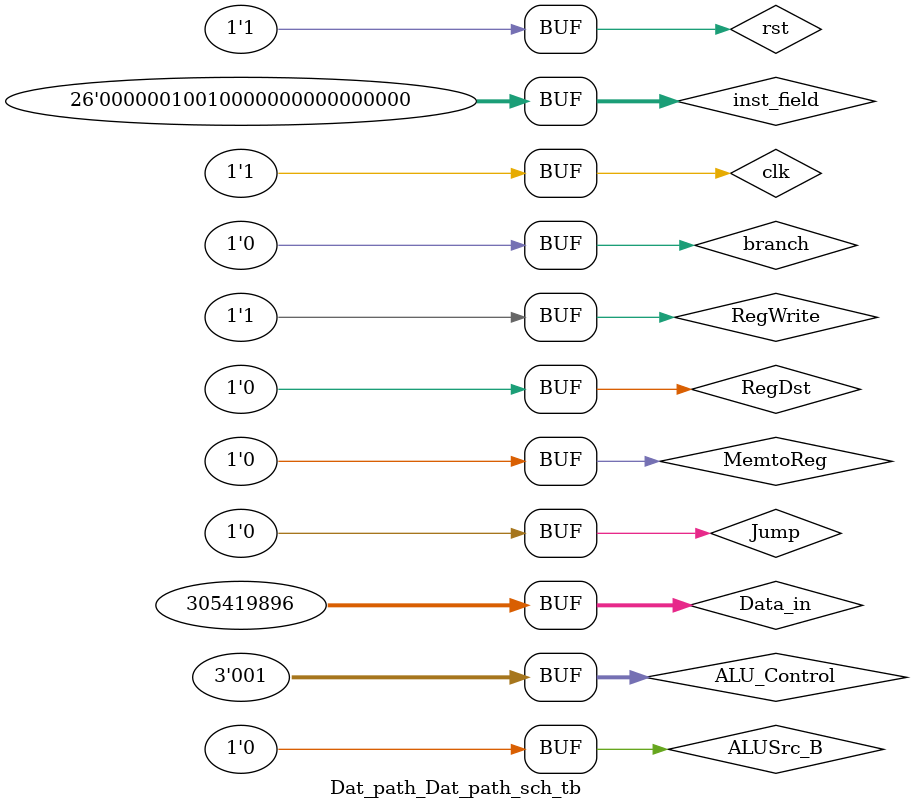
<source format=v>

`timescale 1ns / 1ps

module Dat_path_Dat_path_sch_tb();

// Inputs
   reg RegWrite;
   reg RegDst;
   reg [25:0] inst_field;
   reg MemtoReg;
   reg [31:0] Data_in;
   reg ALUSrc_B;
   reg [2:0] ALU_Control;
   reg rst;
   reg Jump;
   reg branch;
   reg clk;

// Output
   wire [31:0] Data_out;
   wire [31:0] ALU_out;
   wire [31:0] PC_out;

// Bidirs

// Instantiate the UUT
   Dat_path UUT (
		.Data_out(Data_out), 
		.RegWrite(RegWrite), 
		.RegDst(RegDst), 
		.inst_field(inst_field), 
		.MemtoReg(MemtoReg), 
		.Data_in(Data_in), 
		.ALU_out(ALU_out), 
		.ALUSrc_B(ALUSrc_B), 
		.ALU_Control(ALU_Control), 
		.PC_out(PC_out), 
		.rst(rst), 
		.Jump(Jump), 
		.branch(branch), 
		.clk(clk)
   );
// Initialize Inputs
//   `ifdef auto_init
       initial begin
		RegWrite = 0;//¼Ä´æÆ÷Ð´ÐÅºÅ WReg
		RegDst = 0;//RegsÄ¿µÄµØÖ·¿ØÖÆ RtRd
		inst_field = 0;//Ö¸ÁîÊý¾ÝÓò
		MemtoReg = 0;//RegsÐ´ÈëÊý¾ÝÔ´¿ØÖÆ
		Data_in = 0;//´æ´¢Æ÷ÊäÈë
		ALUSrc_B = 0;//ALU¶Ë¿ÚBÊäÈëÑ¡Ôñ
		ALU_Control = 0;//ALU²Ù×÷¿ØÖÆ
		rst = 0;//¼Ä´æÆ÷¸´Î»
		Jump = 0;//JÖ¸Áî
		branch = 0;//BeqÖ¸Áî
		clk = 0;
			
		#10; rst = 1; //jump to the start 
		#20; rst = 0;
		
		Jump = 1; 
		inst_field = 26'b10_0000_0000_0000_0000_0000_0000; 
		#20; 
		Jump = 0; 
		MemtoReg = 1; 
		Data_in = 32'hA5A5A5A5A5; 
		RegWrite = 1; 
		RegDst = 0; 
		ALUSrc_B = 0; 
		ALU_Control = 3'b001; 
		inst_field = 26'h10000; 
		#20; 
		Data_in = 32'h5A5A5A5A; 
		inst_field = 26'h20000; 
		#20; 
		Data_in = 32'h12345678; 
		inst_field = 26'h30000; 
		//add $1,$1,$2 
		#20; 
		RegDst = 1; 
		MemtoReg = 0; 
		ALU_Control = 3'b010; 
		inst_field = 26'b00001_00001_00010_00000_100000; 
		// sw $4,10($0) 
		#20; 
		RegDst = 0; 
		inst_field = 26'b00000_00100_00000_00000_000000; 
		// sub $7,$4,$2 
		#20; 
		RegDst = 1; 
		ALU_Control = 3'b110; 
		inst_field = 26'b00100_00010_00111_00000_100010; 
		// sw $5,0($0) 
		#20; 
		RegDst = 0; 
		inst_field = 26'b00000_00101_00000_00000_000000; 
		// and $7,$2,$2 
		#20; 
		RegDst = 1; 
		ALU_Control = 3'b000; 
		inst_field = 26'b00010_00010_00111_00000_100100; 
		// sw $6,0($0) 
		#20;
		RegDst = 0; 
		inst_field = 26'b00000_00110_00000_00000_000000; 
		// or $8,$1,$2 
		#20; 
		RegDst = 1; 
		ALU_Control = 3'b111; 
		inst_field = 26'b00001_00010_01000_00000_101010; 
		// sw $8,0($0) 
		#20; 
		RegDst = 1; 
		ALU_Control = 3'b001; 
		inst_field = 26'b00001_00010_00111_00000_100101; 
		// sw $15,0($0) 
		#20; 
		RegDst = 0; 
		inst_field = 26'b00000_01111_00000_00000_000000; 
		// slt $9,$1,$2 
		#20; 
		RegDst = 0; 
		inst_field = 26'b00000_01001_00000_00000_000000; 
		// nor $9,$1,$2 
		#20; 
		RegDst = 0; 
		inst_field = 26'b00000_01001_00000_00000_000000; 
		#40; 
		rst = 1;
		
		end
		
		always begin
		clk = 0;#20;
		clk = 1;#20;
		end
//   `endif
endmodule

</source>
